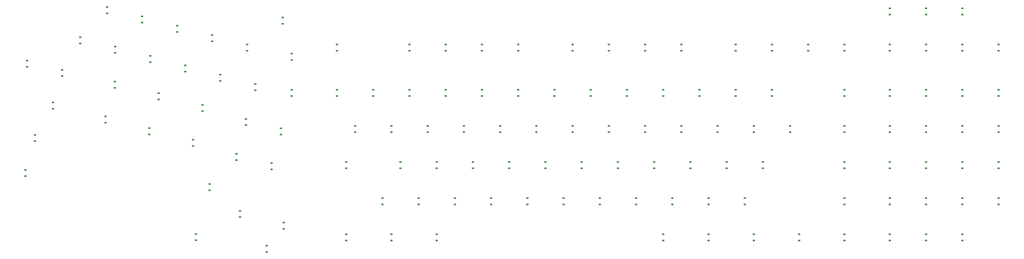
<source format=gbp>
G04 #@! TF.GenerationSoftware,KiCad,Pcbnew,(5.1.6)-1*
G04 #@! TF.CreationDate,2020-08-30T16:27:27-04:00*
G04 #@! TF.ProjectId,keyboard,6b657962-6f61-4726-942e-6b696361645f,rev?*
G04 #@! TF.SameCoordinates,Original*
G04 #@! TF.FileFunction,Paste,Bot*
G04 #@! TF.FilePolarity,Positive*
%FSLAX46Y46*%
G04 Gerber Fmt 4.6, Leading zero omitted, Abs format (unit mm)*
G04 Created by KiCad (PCBNEW (5.1.6)-1) date 2020-08-30 16:27:27*
%MOMM*%
%LPD*%
G01*
G04 APERTURE LIST*
%ADD10R,1.200000X0.900000*%
G04 APERTURE END LIST*
D10*
X99844126Y-156965000D03*
X99844126Y-160265000D03*
X118245013Y-161895503D03*
X118245013Y-165195503D03*
X192116686Y-162456117D03*
X192116686Y-165756117D03*
X511204186Y-157693617D03*
X511204186Y-160993617D03*
X530254186Y-157693617D03*
X530254186Y-160993617D03*
X549304186Y-157693617D03*
X549304186Y-160993617D03*
X85713179Y-172900636D03*
X85713179Y-176200636D03*
X104114066Y-177831138D03*
X104114066Y-181131138D03*
X122514953Y-182761641D03*
X122514953Y-186061641D03*
X136645900Y-166826006D03*
X136645900Y-170126006D03*
X155046787Y-171756508D03*
X155046787Y-175056508D03*
X173447674Y-176687011D03*
X173447674Y-179987011D03*
X196879186Y-181506117D03*
X196879186Y-184806117D03*
X220691686Y-176743617D03*
X220691686Y-180043617D03*
X258791686Y-176743617D03*
X258791686Y-180043617D03*
X277841686Y-176743617D03*
X277841686Y-180043617D03*
X296891686Y-176743617D03*
X296891686Y-180043617D03*
X315941686Y-176743617D03*
X315941686Y-180043617D03*
X344516686Y-176743617D03*
X344516686Y-180043617D03*
X363566686Y-176743617D03*
X363566686Y-180043617D03*
X382616686Y-176743617D03*
X382616686Y-180043617D03*
X401666686Y-176743617D03*
X401666686Y-180043617D03*
X430241686Y-176743617D03*
X430241686Y-180043617D03*
X449291686Y-176743617D03*
X449291686Y-180043617D03*
X468341686Y-176743617D03*
X468341686Y-180043617D03*
X487391686Y-176743617D03*
X487391686Y-180043617D03*
X511204186Y-176743617D03*
X511204186Y-180043617D03*
X530254186Y-176743617D03*
X530254186Y-180043617D03*
X549304186Y-176743617D03*
X549304186Y-180043617D03*
X568354186Y-176743617D03*
X568354186Y-180043617D03*
X57781568Y-185138394D03*
X57781568Y-188438394D03*
X76182455Y-190068897D03*
X76182455Y-193368897D03*
X103946063Y-196232025D03*
X103946063Y-199532025D03*
X140915840Y-187692144D03*
X140915840Y-190992144D03*
X159316727Y-192622647D03*
X159316727Y-195922647D03*
X177717614Y-197553150D03*
X177717614Y-200853150D03*
X196879186Y-200556117D03*
X196879186Y-203856117D03*
X220691686Y-200556117D03*
X220691686Y-203856117D03*
X239741686Y-200556117D03*
X239741686Y-203856117D03*
X258791686Y-200556117D03*
X258791686Y-203856117D03*
X277841686Y-200556117D03*
X277841686Y-203856117D03*
X296891686Y-200556117D03*
X296891686Y-203856117D03*
X315941686Y-200556117D03*
X315941686Y-203856117D03*
X334991686Y-200556117D03*
X334991686Y-203856117D03*
X354041686Y-200556117D03*
X354041686Y-203856117D03*
X373091686Y-200556117D03*
X373091686Y-203856117D03*
X392141686Y-200556117D03*
X392141686Y-203856117D03*
X411191686Y-200556117D03*
X411191686Y-203856117D03*
X430241686Y-200556117D03*
X430241686Y-203856117D03*
X449291686Y-200556117D03*
X449291686Y-203856117D03*
X487391686Y-200556117D03*
X487391686Y-203856117D03*
X511204186Y-200556117D03*
X511204186Y-203856117D03*
X530254186Y-200556117D03*
X530254186Y-203856117D03*
X549304186Y-200556117D03*
X549304186Y-203856117D03*
X568354186Y-200556117D03*
X568354186Y-203856117D03*
X71414230Y-207237158D03*
X71414230Y-210537158D03*
X99015561Y-214632912D03*
X99015561Y-217932912D03*
X126947172Y-202395154D03*
X126947172Y-205695154D03*
X122016669Y-220796041D03*
X122016669Y-224096041D03*
X149948281Y-208558282D03*
X149948281Y-211858282D03*
X172787111Y-215954037D03*
X172787111Y-219254037D03*
X191187998Y-220884539D03*
X191187998Y-224184539D03*
X230216686Y-219606117D03*
X230216686Y-222906117D03*
X249266686Y-219606117D03*
X249266686Y-222906117D03*
X268316686Y-219606117D03*
X268316686Y-222906117D03*
X287366686Y-219606117D03*
X287366686Y-222906117D03*
X306416686Y-219606117D03*
X306416686Y-222906117D03*
X325466686Y-219606117D03*
X325466686Y-222906117D03*
X344516686Y-219606117D03*
X344516686Y-222906117D03*
X363566686Y-219606117D03*
X363566686Y-222906117D03*
X382616686Y-219606117D03*
X382616686Y-222906117D03*
X401666686Y-219606117D03*
X401666686Y-222906117D03*
X420716686Y-219606117D03*
X420716686Y-222906117D03*
X439766686Y-219606117D03*
X439766686Y-222906117D03*
X458816686Y-219606117D03*
X458816686Y-222906117D03*
X487391686Y-219606117D03*
X487391686Y-222906117D03*
X511204186Y-219606117D03*
X511204186Y-222906117D03*
X530254186Y-219606117D03*
X530254186Y-222906117D03*
X549304186Y-219606117D03*
X549304186Y-222906117D03*
X568354186Y-219606117D03*
X568354186Y-222906117D03*
X61883506Y-224405419D03*
X61883506Y-227705419D03*
X145017778Y-226959169D03*
X145017778Y-230259169D03*
X167856609Y-234354924D03*
X167856609Y-237654924D03*
X186257496Y-239285426D03*
X186257496Y-242585426D03*
X225454186Y-238656117D03*
X225454186Y-241956117D03*
X254029186Y-238656117D03*
X254029186Y-241956117D03*
X273079186Y-238656117D03*
X273079186Y-241956117D03*
X292129186Y-238656117D03*
X292129186Y-241956117D03*
X311179186Y-238656117D03*
X311179186Y-241956117D03*
X330229186Y-238656117D03*
X330229186Y-241956117D03*
X349279186Y-238656117D03*
X349279186Y-241956117D03*
X368329186Y-238656117D03*
X368329186Y-241956117D03*
X387379186Y-238656117D03*
X387379186Y-241956117D03*
X406429186Y-238656117D03*
X406429186Y-241956117D03*
X425479186Y-238656117D03*
X425479186Y-241956117D03*
X444529186Y-238656117D03*
X444529186Y-241956117D03*
X487391686Y-238656117D03*
X487391686Y-241956117D03*
X511204186Y-238656117D03*
X511204186Y-241956117D03*
X530254186Y-238656117D03*
X530254186Y-241956117D03*
X549304186Y-238656117D03*
X549304186Y-241956117D03*
X568354186Y-238656117D03*
X568354186Y-241956117D03*
X56953003Y-242806306D03*
X56953003Y-246106306D03*
X153725662Y-250290559D03*
X153725662Y-253590559D03*
X244504186Y-257706117D03*
X244504186Y-261006117D03*
X263554186Y-257706117D03*
X263554186Y-261006117D03*
X282604186Y-257706117D03*
X282604186Y-261006117D03*
X301654186Y-257706117D03*
X301654186Y-261006117D03*
X320704186Y-257706117D03*
X320704186Y-261006117D03*
X339754186Y-257706117D03*
X339754186Y-261006117D03*
X358804186Y-257706117D03*
X358804186Y-261006117D03*
X377854186Y-257706117D03*
X377854186Y-261006117D03*
X396904186Y-257706117D03*
X396904186Y-261006117D03*
X415954186Y-257706117D03*
X415954186Y-261006117D03*
X435004186Y-257706117D03*
X435004186Y-261006117D03*
X487391686Y-257706117D03*
X487391686Y-261006117D03*
X511204186Y-257706117D03*
X511204186Y-261006117D03*
X530254186Y-257706117D03*
X530254186Y-261006117D03*
X549304186Y-257706117D03*
X549304186Y-261006117D03*
X146492186Y-276659264D03*
X146492186Y-279959264D03*
X169661298Y-264421506D03*
X169661298Y-267721506D03*
X192662407Y-270584634D03*
X192662407Y-273884634D03*
X225454186Y-276756117D03*
X225454186Y-280056117D03*
X249266686Y-276756117D03*
X249266686Y-280056117D03*
X273079186Y-276756117D03*
X273079186Y-280056117D03*
X392141686Y-276756117D03*
X392141686Y-280056117D03*
X415954186Y-276756117D03*
X415954186Y-280056117D03*
X439766686Y-276756117D03*
X439766686Y-280056117D03*
X463579186Y-276756117D03*
X463579186Y-280056117D03*
X487391686Y-276756117D03*
X487391686Y-280056117D03*
X511204186Y-276756117D03*
X511204186Y-280056117D03*
X530254186Y-276756117D03*
X530254186Y-280056117D03*
X549304186Y-276756117D03*
X549304186Y-280056117D03*
X568354186Y-257706117D03*
X568354186Y-261006117D03*
X183780795Y-282822392D03*
X183780795Y-286122392D03*
M02*

</source>
